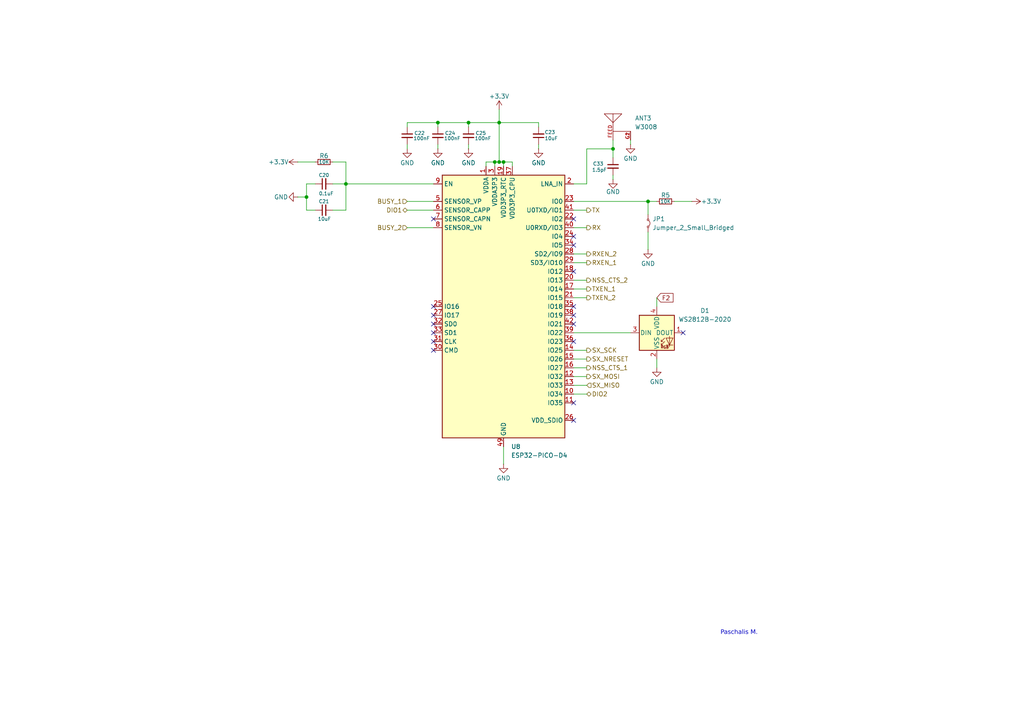
<source format=kicad_sch>
(kicad_sch (version 20250114) (generator "eeschema") (generator_version "9.0")
  (paper "A4")
  (title_block (title "ESP32-PICO-D4") (date "2025-02-23") (rev "1.0") (company "https://github.com/Paschalis"))
  (lib_symbols
    (symbol "Device:C_Small" (pin_numbers (hide yes)) (pin_names (offset 0.254) (hide yes))
      (property "Reference" "C" (at 0.254 1.778 0))
      (property "Value" "C_Small" (at 0.254 -2.032 0))
      (symbol "C_Small_0_1"
        (polyline (pts (xy -1.524 0.508) (xy 1.524 0.508)) (stroke (width 0.3048)))
        (polyline (pts (xy -1.524 -0.508) (xy 1.524 -0.508)) (stroke (width 0.3302)))
      )
      (symbol "C_Small_1_1"
        (pin passive line (at 0 2.54 270) (length 2.032) (name "~") (number "1"))
        (pin passive line (at 0 -2.54 90) (length 2.032) (name "~") (number "2"))
      )
    )
    (symbol "Device:R_Small" (pin_numbers (hide yes)) (pin_names (offset 0.254) (hide yes))
      (property "Reference" "R" (at 0.762 0.508 0))
      (property "Value" "R_Small" (at 0.762 -1.016 0))
      (symbol "R_Small_0_1"
        (rectangle (start -0.762 1.778) (end 0.762 -1.778) (stroke (width 0.2032)))
      )
      (symbol "R_Small_1_1"
        (pin passive line (at 0 2.54 270) (length 0.762) (name "~") (number "1"))
        (pin passive line (at 0 -2.54 90) (length 0.762) (name "~") (number "2"))
      )
    )
    (symbol "Jumper:Jumper_2_Small_Bridged" (pin_numbers (hide yes)) (pin_names (offset 0) (hide yes)) (exclude_from_sim yes)
      (property "Reference" "JP" (at 0 2.032 0))
      (property "Value" "Jumper_2_Small_Bridged" (at 0 -2.286 0))
      (symbol "Jumper_2_Small_Bridged_0_0"
        (circle (center -1.016 0) (radius 0.254))
        (circle (center 1.016 0) (radius 0.254))
      )
      (symbol "Jumper_2_Small_Bridged_0_1"
        (arc (start -0.762 0.254) (mid 0 0.5696) (end 0.762 0.254))
      )
      (symbol "Jumper_2_Small_Bridged_1_1"
        (pin passive line (at -2.54 0 0) (length 1.27) (name "A") (number "1"))
        (pin passive line (at 2.54 0 180) (length 1.27) (name "B") (number "2"))
      )
    )
    (symbol "LED:WS2812B-2020" (pin_names (offset 0.254))
      (property "Reference" "D" (at 5.08 5.715 0))
      (property "Value" "WS2812B-2020" (at 1.27 -5.715 0))
      (symbol "WS2812B-2020_0_0"
        (text "RGB" (at 2.286 -4.191 0) (effects (font (size 0.762 0.762))))
      )
      (symbol "WS2812B-2020_0_1"
        (polyline (pts (xy 1.27 -2.54) (xy 1.778 -2.54)))
        (polyline (pts (xy 1.27 -3.556) (xy 1.778 -3.556)))
        (polyline (pts (xy 2.286 -1.524) (xy 1.27 -2.54) (xy 1.27 -2.032)))
        (polyline (pts (xy 2.286 -2.54) (xy 1.27 -3.556) (xy 1.27 -3.048)))
        (polyline (pts (xy 3.683 -1.016) (xy 3.683 -3.556) (xy 3.683 -4.064)))
        (polyline (pts (xy 4.699 -1.524) (xy 2.667 -1.524) (xy 3.683 -3.556) (xy 4.699 -1.524)))
        (polyline (pts (xy 4.699 -3.556) (xy 2.667 -3.556)))
        (rectangle (start 5.08 5.08) (end -5.08 -5.08) (stroke (width 0.254)) (fill (type background)))
      )
      (symbol "WS2812B-2020_1_1"
        (pin input line (at -7.62 0 0) (length 2.54) (name "DIN") (number "3"))
        (pin power_in line (at 0 7.62 270) (length 2.54) (name "VDD") (number "4"))
        (pin power_in line (at 0 -7.62 90) (length 2.54) (name "VSS") (number "2"))
        (pin output line (at 7.62 0 180) (length 2.54) (name "DOUT") (number "1"))
      )
    )
    (symbol "MCU_Espressif:ESP32-PICO-D4"
      (property "Reference" "U" (at -17.78 39.37 0))
      (property "Value" "ESP32-PICO-D4" (at 3.81 39.37 0))
      (symbol "ESP32-PICO-D4_0_0"
        (pin input line (at -20.32 35.56 0) (length 2.54) (name "EN") (number "9"))
        (pin input line (at -20.32 30.48 0) (length 2.54) (name "SENSOR_VP") (number "5"))
        (pin input line (at -20.32 27.94 0) (length 2.54) (name "SENSOR_CAPP") (number "6"))
        (pin input line (at -20.32 25.4 0) (length 2.54) (name "SENSOR_CAPN") (number "7"))
        (pin input line (at -20.32 22.86 0) (length 2.54) (name "SENSOR_VN") (number "8"))
        (pin bidirectional line (at -20.32 0 0) (length 2.54) (name "IO16") (number "25"))
        (pin bidirectional line (at -20.32 -2.54 0) (length 2.54) (name "IO17") (number "27"))
        (pin bidirectional line (at -20.32 -5.08 0) (length 2.54) (name "SD0") (number "32"))
        (pin bidirectional line (at -20.32 -7.62 0) (length 2.54) (name "SD1") (number "33"))
        (pin bidirectional line (at -20.32 -10.16 0) (length 2.54) (name "CLK") (number "31"))
        (pin bidirectional line (at -20.32 -12.7 0) (length 2.54) (name "CMD") (number "30"))
        (pin no_connect line (at -17.78 -25.4 0) (length 2.54) (hide yes) (name "XTAL_N_NC") (number "44"))
        (pin no_connect line (at -17.78 -27.94 0) (length 2.54) (hide yes) (name "XTAL_P_NC") (number "45"))
        (pin no_connect line (at -17.78 -30.48 0) (length 2.54) (hide yes) (name "CAP2_NC") (number "47"))
        (pin no_connect line (at -17.78 -33.02 0) (length 2.54) (hide yes) (name "CAP1_NC") (number "48"))
        (pin power_in line (at -5.08 40.64 270) (length 2.54) (name "VDDA") (number "1"))
        (pin passive line (at -5.08 40.64 270) (length 2.54) (hide yes) (name "VDDA") (number "43"))
        (pin passive line (at -5.08 40.64 270) (length 2.54) (hide yes) (name "VDDA") (number "46"))
        (pin power_in line (at -2.54 40.64 270) (length 2.54) (name "VDDA3P3") (number "3"))
        (pin passive line (at -2.54 40.64 270) (length 2.54) (hide yes) (name "VDDA3P3") (number "4"))
        (pin power_in line (at 0 40.64 270) (length 2.54) (name "VDD3P3_RTC") (number "19"))
        (pin power_in line (at 0 -40.64 90) (length 2.54) (name "GND") (number "49"))
        (pin power_in line (at 2.54 40.64 270) (length 2.54) (name "VDD3P3_CPU") (number "37"))
        (pin bidirectional line (at 20.32 35.56 180) (length 2.54) (name "LNA_IN") (number "2"))
        (pin bidirectional line (at 20.32 30.48 180) (length 2.54) (name "IO0") (number "23"))
        (pin bidirectional line (at 20.32 27.94 180) (length 2.54) (name "U0TXD/IO1") (number "41"))
        (pin bidirectional line (at 20.32 25.4 180) (length 2.54) (name "IO2") (number "22"))
        (pin bidirectional line (at 20.32 22.86 180) (length 2.54) (name "U0RXD/IO3") (number "40"))
        (pin bidirectional line (at 20.32 20.32 180) (length 2.54) (name "IO4") (number "24"))
        (pin bidirectional line (at 20.32 17.78 180) (length 2.54) (name "IO5") (number "34"))
        (pin bidirectional line (at 20.32 15.24 180) (length 2.54) (name "SD2/IO9") (number "28"))
        (pin bidirectional line (at 20.32 12.7 180) (length 2.54) (name "SD3/IO10") (number "29"))
        (pin bidirectional line (at 20.32 10.16 180) (length 2.54) (name "IO12") (number "18"))
        (pin bidirectional line (at 20.32 7.62 180) (length 2.54) (name "IO13") (number "20"))
        (pin bidirectional line (at 20.32 5.08 180) (length 2.54) (name "IO14") (number "17"))
        (pin bidirectional line (at 20.32 2.54 180) (length 2.54) (name "IO15") (number "21"))
        (pin bidirectional line (at 20.32 0 180) (length 2.54) (name "IO18") (number "35"))
        (pin bidirectional line (at 20.32 -2.54 180) (length 2.54) (name "IO19") (number "38"))
        (pin bidirectional line (at 20.32 -5.08 180) (length 2.54) (name "IO21") (number "42"))
        (pin bidirectional line (at 20.32 -7.62 180) (length 2.54) (name "IO22") (number "39"))
        (pin bidirectional line (at 20.32 -10.16 180) (length 2.54) (name "IO23") (number "36"))
        (pin bidirectional line (at 20.32 -12.7 180) (length 2.54) (name "IO25") (number "14"))
        (pin bidirectional line (at 20.32 -15.24 180) (length 2.54) (name "IO26") (number "15"))
        (pin bidirectional line (at 20.32 -17.78 180) (length 2.54) (name "IO27") (number "16"))
        (pin bidirectional line (at 20.32 -20.32 180) (length 2.54) (name "IO32") (number "12"))
        (pin bidirectional line (at 20.32 -22.86 180) (length 2.54) (name "IO33") (number "13"))
        (pin input line (at 20.32 -25.4 180) (length 2.54) (name "IO34") (number "10"))
        (pin input line (at 20.32 -27.94 180) (length 2.54) (name "IO35") (number "11"))
        (pin power_out line (at 20.32 -33.02 180) (length 2.54) (name "VDD_SDIO") (number "26"))
      )
      (symbol "ESP32-PICO-D4_0_1"
        (rectangle (start -17.78 38.1) (end 17.78 -38.1) (stroke (width 0.254)) (fill (type background)))
      )
    )
    (symbol "W3008:W3008" (pin_names (offset 1.016))
      (property "Reference" "ANT" (at -2.5422 5.7198 0))
      (property "Value" "W3008" (at -2.5445 -8.9059 0))
      (symbol "W3008_0_0"
        (polyline (pts (xy -2.54 5.08) (xy 0 5.08)) (stroke (width 0.1524)))
        (polyline (pts (xy -2.54 5.08) (xy 0 2.54)) (stroke (width 0.1524)))
        (polyline (pts (xy 0 5.08) (xy 0 2.54)) (stroke (width 0.1524)))
        (polyline (pts (xy 0 5.08) (xy 2.54 5.08)) (stroke (width 0.1524)))
        (polyline (pts (xy 0 2.54) (xy 2.54 5.08)) (stroke (width 0.1524)))
        (polyline (pts (xy 0 0) (xy 5.08 0)) (stroke (width 0.1524)))
        (pin passive line (at 0 -2.54 90) (length 5.08) (name "~") (number "FEED"))
        (pin passive line (at 5.08 -2.54 90) (length 2.54) (name "~") (number "G1"))
        (pin passive line (at 5.08 -2.54 90) (length 2.54) (name "~") (number "G2"))
      )
    )
    (symbol "power:+3.3V" (power) (pin_numbers (hide yes)) (pin_names (offset 0) (hide yes))
      (property "Value" "+3.3V" (at 0 3.556 0))
      (symbol "+3.3V_0_1"
        (polyline (pts (xy -0.762 1.27) (xy 0 2.54)))
        (polyline (pts (xy 0 2.54) (xy 0.762 1.27)))
        (polyline (pts (xy 0 0) (xy 0 2.54)))
      )
      (symbol "+3.3V_1_1"
        (pin power_in line (at 0 0 90) (length 0) (name "~") (number "1"))
      )
    )
    (symbol "power:GND" (power) (pin_numbers (hide yes)) (pin_names (offset 0) (hide yes))
      (property "Value" "GND" (at 0 -3.81 0))
      (symbol "GND_0_1"
        (polyline (pts (xy 0 0) (xy 0 -1.27) (xy 1.27 -1.27) (xy 0 -2.54) (xy -1.27 -1.27) (xy 0 -1.27)))
      )
      (symbol "GND_1_1"
        (pin power_in line (at 0 0 270) (length 0) (name "~") (number "1"))
      )
    )
  )
  (text "Paschalis M." (at 214.376 183.896 0) (effects (font (size 1.27 1.27))))
  (junction (at 144.78 46.99))
  (junction (at 100.33 53.34))
  (junction (at 143.51 46.99))
  (junction (at 127 35.56))
  (junction (at 88.9 57.15))
  (junction (at 144.78 35.56))
  (junction (at 187.96 58.42))
  (junction (at 135.89 35.56))
  (junction (at 177.8 43.18))
  (junction (at 146.05 46.99))
  (no_connect (at 125.73 96.52))
  (no_connect (at 166.37 68.58))
  (no_connect (at 125.73 91.44))
  (no_connect (at 166.37 116.84))
  (no_connect (at 166.37 93.98))
  (no_connect (at 166.37 88.9))
  (no_connect (at 166.37 99.06))
  (no_connect (at 166.37 91.44))
  (no_connect (at 166.37 63.5))
  (no_connect (at 125.73 101.6))
  (no_connect (at 166.37 121.92))
  (no_connect (at 125.73 63.5))
  (no_connect (at 125.73 93.98))
  (no_connect (at 125.73 99.06))
  (no_connect (at 166.37 71.12))
  (no_connect (at 125.73 88.9))
  (no_connect (at 166.37 78.74))
  (no_connect (at 198.12 96.52))
  (wire (pts (xy 200.66 58.42) (xy 195.58 58.42)))
  (wire (pts (xy 148.59 46.99) (xy 148.59 48.26)))
  (wire (pts (xy 143.51 46.99) (xy 143.51 48.26)))
  (wire (pts (xy 127 35.56) (xy 135.89 35.56)))
  (wire (pts (xy 166.37 96.52) (xy 182.88 96.52)))
  (wire (pts (xy 166.37 60.96) (xy 170.18 60.96)))
  (wire (pts (xy 88.9 60.96) (xy 88.9 57.15)))
  (wire (pts (xy 140.97 48.26) (xy 140.97 46.99)))
  (wire (pts (xy 187.96 58.42) (xy 187.96 62.23)))
  (wire (pts (xy 118.11 58.42) (xy 125.73 58.42)))
  (wire (pts (xy 166.37 73.66) (xy 170.18 73.66)))
  (wire (pts (xy 166.37 76.2) (xy 170.18 76.2)))
  (wire (pts (xy 118.11 66.04) (xy 125.73 66.04)))
  (wire (pts (xy 96.52 60.96) (xy 100.33 60.96)))
  (wire (pts (xy 166.37 106.68) (xy 170.18 106.68)))
  (wire (pts (xy 91.44 53.34) (xy 88.9 53.34)))
  (wire (pts (xy 88.9 53.34) (xy 88.9 57.15)))
  (wire (pts (xy 170.18 43.18) (xy 177.8 43.18)))
  (wire (pts (xy 91.44 60.96) (xy 88.9 60.96)))
  (wire (pts (xy 100.33 53.34) (xy 100.33 60.96)))
  (wire (pts (xy 96.52 46.99) (xy 100.33 46.99)))
  (wire (pts (xy 146.05 46.99) (xy 148.59 46.99)))
  (wire (pts (xy 144.78 31.75) (xy 144.78 35.56)))
  (wire (pts (xy 170.18 53.34) (xy 170.18 43.18)))
  (wire (pts (xy 135.89 35.56) (xy 135.89 36.83)))
  (wire (pts (xy 156.21 36.83) (xy 156.21 35.56)))
  (wire (pts (xy 187.96 67.31) (xy 187.96 72.39)))
  (wire (pts (xy 100.33 53.34) (xy 96.52 53.34)))
  (wire (pts (xy 166.37 53.34) (xy 170.18 53.34)))
  (wire (pts (xy 144.78 35.56) (xy 144.78 46.99)))
  (wire (pts (xy 88.9 57.15) (xy 86.36 57.15)))
  (wire (pts (xy 166.37 83.82) (xy 170.18 83.82)))
  (wire (pts (xy 127 41.91) (xy 127 43.18)))
  (wire (pts (xy 100.33 53.34) (xy 125.73 53.34)))
  (wire (pts (xy 143.51 46.99) (xy 144.78 46.99)))
  (wire (pts (xy 166.37 111.76) (xy 170.18 111.76)))
  (wire (pts (xy 118.11 41.91) (xy 118.11 43.18)))
  (wire (pts (xy 100.33 46.99) (xy 100.33 53.34)))
  (wire (pts (xy 146.05 46.99) (xy 146.05 48.26)))
  (wire (pts (xy 187.96 58.42) (xy 190.5 58.42)))
  (wire (pts (xy 177.8 50.8) (xy 177.8 52.07)))
  (wire (pts (xy 190.5 104.14) (xy 190.5 106.68)))
  (wire (pts (xy 144.78 35.56) (xy 156.21 35.56)))
  (wire (pts (xy 86.36 46.99) (xy 91.44 46.99)))
  (wire (pts (xy 118.11 35.56) (xy 127 35.56)))
  (wire (pts (xy 156.21 41.91) (xy 156.21 43.18)))
  (wire (pts (xy 166.37 58.42) (xy 187.96 58.42)))
  (wire (pts (xy 118.11 60.96) (xy 125.73 60.96)))
  (wire (pts (xy 135.89 41.91) (xy 135.89 43.18)))
  (wire (pts (xy 166.37 66.04) (xy 170.18 66.04)))
  (wire (pts (xy 177.8 43.18) (xy 177.8 40.64)))
  (wire (pts (xy 118.11 36.83) (xy 118.11 35.56)))
  (wire (pts (xy 166.37 86.36) (xy 170.18 86.36)))
  (wire (pts (xy 166.37 101.6) (xy 170.18 101.6)))
  (wire (pts (xy 140.97 46.99) (xy 143.51 46.99)))
  (wire (pts (xy 166.37 104.14) (xy 170.18 104.14)))
  (wire (pts (xy 135.89 35.56) (xy 144.78 35.56)))
  (wire (pts (xy 166.37 114.3) (xy 170.18 114.3)))
  (wire (pts (xy 182.88 40.64) (xy 182.88 41.91)))
  (wire (pts (xy 146.05 129.54) (xy 146.05 134.62)))
  (wire (pts (xy 166.37 109.22) (xy 170.18 109.22)))
  (wire (pts (xy 190.5 86.36) (xy 190.5 88.9)))
  (wire (pts (xy 144.78 46.99) (xy 146.05 46.99)))
  (wire (pts (xy 166.37 81.28) (xy 170.18 81.28)))
  (wire (pts (xy 177.8 43.18) (xy 177.8 45.72)))
  (wire (pts (xy 127 35.56) (xy 127 36.83)))
  (global_label "F2" (shape input) (at 190.5 86.36 0) (property "Intersheetrefs" "${INTERSHEET_REFS}" (effects (hide yes))))
  (hierarchical_label "TXEN_1" (shape output) (at 170.18 83.82 0))
  (hierarchical_label "DIO1" (shape bidirectional) (at 118.11 60.96 180))
  (hierarchical_label "TXEN_2" (shape output) (at 170.18 86.36 0))
  (hierarchical_label "TX" (shape output) (at 170.18 60.96 0))
  (hierarchical_label "SX_SCK" (shape output) (at 170.18 101.6 0))
  (hierarchical_label "NSS_CTS_2" (shape output) (at 170.18 81.28 0))
  (hierarchical_label "NSS_CTS_1" (shape output) (at 170.18 106.68 0))
  (hierarchical_label "RXEN_1" (shape output) (at 170.18 76.2 0))
  (hierarchical_label "SX_NRESET" (shape output) (at 170.18 104.14 0))
  (hierarchical_label "DIO2" (shape bidirectional) (at 170.18 114.3 0))
  (hierarchical_label "RXEN_2" (shape output) (at 170.18 73.66 0))
  (hierarchical_label "RX" (shape output) (at 170.18 66.04 0))
  (hierarchical_label "SX_MISO" (shape input) (at 170.18 111.76 0))
  (hierarchical_label "BUSY_1" (shape input) (at 118.11 58.42 180))
  (hierarchical_label "BUSY_2" (shape input) (at 118.11 66.04 180))
  (hierarchical_label "SX_MOSI" (shape output) (at 170.18 109.22 0))
  (symbol (lib_id "Device:C_Small") (at 118.11 39.37 0) (unit 1)
    (property "Reference" "C22" (at 120.142 38.608 0) (effects (font (size 1 1)) (justify left)))
    (property "Value" "100nF" (at 119.888 40.132 0) (effects (font (size 1 1)) (justify left)))
    (property "Footprint" "Capacitor_SMD:C_0603_1608Metric_Pad1.08x0.95mm_HandSolder" (effects (hide yes)))
    (property "Description" "Unpolarized capacitor, small symbol" (effects (hide yes)))
  )
  (symbol (lib_id "power:+3.3V") (at 144.78 31.75 0) (mirror y) (unit 1)
    (property "Reference" "#PWR74" (effects (hide yes)))
    (property "Value" "+3.3V" (at 144.78 27.94 0))
    (property "Description" "Power symbol creates a global label with name \"+3.3V\"" (effects (hide yes)))
  )
  (symbol (lib_id "power:GND") (at 190.5 106.68 0) (unit 1)
    (property "Reference" "#PWR67" (effects (hide yes)))
    (property "Value" "GND" (at 190.5 110.744 0))
    (property "Description" "Power symbol creates a global label with name \"GND\" , ground" (effects (hide yes)))
  )
  (symbol (lib_id "MCU_Espressif:ESP32-PICO-D4") (at 146.05 88.9 0) (unit 1)
    (property "Reference" "U8" (at 148.2441 129.54 0) (effects (justify left)))
    (property "Value" "ESP32-PICO-D4" (at 148.2441 132.08 0) (effects (justify left)))
    (property "Footprint" "Package_DFN_QFN:QFN-48-1EP_7x7mm_P0.5mm_EP5.1x5.1mm_ThermalVias" (effects (hide yes)))
    (property "Datasheet" "https://www.espressif.com/sites/default/files/documentation/esp32-pico-d4_datasheet_en.pdf" (effects (hide yes)))
    (property "Description" "RF Module, ESP32 SoC, Wi-Fi 802.11b/g/n, Bluetooth, BLE, 32-bit, 2.7-3.6V, external antenna, QFN-48" (effects (hide yes)))
  )
  (symbol (lib_id "power:GND") (at 156.21 43.18 0) (unit 1)
    (property "Reference" "#PWR76" (effects (hide yes)))
    (property "Value" "GND" (at 156.21 47.244 0))
    (property "Description" "Power symbol creates a global label with name \"GND\" , ground" (effects (hide yes)))
  )
  (symbol (lib_id "Device:C_Small") (at 177.8 48.26 0) (unit 1)
    (property "Reference" "C33" (at 171.958 47.498 0) (effects (font (size 1 1)) (justify left)))
    (property "Value" "1.5pF" (at 171.704 49.276 0) (effects (font (size 1 1)) (justify left)))
    (property "Footprint" "Capacitor_SMD:C_01005_0402Metric_Pad0.57x0.30mm_HandSolder" (effects (hide yes)))
    (property "Description" "Unpolarized capacitor, small symbol" (effects (hide yes)))
  )
  (symbol (lib_id "power:GND") (at 177.8 52.07 0) (unit 1)
    (property "Reference" "#PWR015" (effects (hide yes)))
    (property "Value" "GND" (at 177.8 55.626 0))
    (property "Description" "Power symbol creates a global label with name \"GND\" , ground" (effects (hide yes)))
  )
  (symbol (lib_id "power:GND") (at 127 43.18 0) (unit 1)
    (property "Reference" "#PWR012" (effects (hide yes)))
    (property "Value" "GND" (at 127 47.244 0))
    (property "Description" "Power symbol creates a global label with name \"GND\" , ground" (effects (hide yes)))
  )
  (symbol (lib_id "power:GND") (at 187.96 72.39 0) (unit 1)
    (property "Reference" "#PWR70" (effects (hide yes)))
    (property "Value" "GND" (at 187.96 76.454 0))
    (property "Description" "Power symbol creates a global label with name \"GND\" , ground" (effects (hide yes)))
  )
  (symbol (lib_id "power:+3.3V") (at 200.66 58.42 270) (unit 1)
    (property "Reference" "#PWR69" (effects (hide yes)))
    (property "Value" "+3.3V" (at 206.248 58.42 90))
    (property "Description" "Power symbol creates a global label with name \"+3.3V\"" (effects (hide yes)))
  )
  (symbol (lib_id "W3008:W3008") (at 177.8 38.1 0) (unit 1)
    (property "Reference" "ANT3" (at 184.15 34.2899 0) (effects (justify left)))
    (property "Value" "W3008" (at 184.15 36.8299 0) (effects (justify left)))
    (property "Footprint" "W3008:ANTENNA_W3008" (effects (hide yes)))
    (property "MF" "PulseLarsen Antennas" (effects (hide yes)))
    (property "Description_1" "2.4GHz Bluetooth, WLAN, Zigbee™ Chip RF Antenna 2.4GHz ~ 2.483GHz 2.2dBi Solder Surface Mount" (effects (hide yes)))
    (property "Package" "None" (effects (hide yes)))
    (property "Price" "None" (effects (hide yes)))
    (property "Check_prices" "https://www.snapeda.com/parts/W3008/PulseLarsen+Antennas/view-part/?ref=eda" (effects (hide yes)))
    (property "STANDARD" "Manufacturer recommendations" (effects (hide yes)))
    (property "SnapEDA_Link" "https://www.snapeda.com/parts/W3008/PulseLarsen+Antennas/view-part/?ref=snap" (effects (hide yes)))
    (property "MP" "W3008" (effects (hide yes)))
    (property "Availability" "Not in stock" (effects (hide yes)))
    (property "MANUFACTURER" "PulseLarsen Antennas" (effects (hide yes)))
  )
  (symbol (lib_id "power:GND") (at 182.88 41.91 0) (unit 1)
    (property "Reference" "#PWR068" (effects (hide yes)))
    (property "Value" "GND" (at 182.88 45.974 0))
    (property "Description" "Power symbol creates a global label with name \"GND\" , ground" (effects (hide yes)))
  )
  (symbol (lib_id "Device:C_Small") (at 156.21 39.37 180) (unit 1)
    (property "Reference" "C23" (at 161.036 38.354 0) (effects (font (size 1 1)) (justify left)))
    (property "Value" "10uF" (at 161.798 40.132 0) (effects (font (size 1 1)) (justify left)))
    (property "Footprint" "ECASD40J106M055K00:ECASD40J106M055K00" (effects (hide yes)))
    (property "Description" "Unpolarized capacitor, small symbol" (effects (hide yes)))
  )
  (symbol (lib_id "LED:WS2812B-2020") (at 190.5 96.52 0) (unit 1)
    (property "Reference" "D1" (at 204.47 90.0998 0))
    (property "Value" "WS2812B-2020" (at 204.47 92.6398 0))
    (property "Footprint" "LED_SMD:LED_WS2812B-2020_PLCC4_2.0x2.0mm" (effects (hide yes)))
    (property "Datasheet" "https://cdn-shop.adafruit.com/product-files/4684/4684_WS2812B-2020_V1.3_EN.pdf" (effects (hide yes)))
    (property "Description" "RGB LED with integrated controller, 2.0 x 2.0 mm, 12 mA" (effects (hide yes)))
  )
  (symbol (lib_id "Device:C_Small") (at 93.98 53.34 90) (unit 1)
    (property "Reference" "C20" (at 95.504 50.8 90) (effects (font (size 1 1)) (justify left)))
    (property "Value" "0.1uF" (at 96.774 56.134 90) (effects (font (size 1 1)) (justify left)))
    (property "Footprint" "Capacitor_SMD:C_0603_1608Metric_Pad1.08x0.95mm_HandSolder" (effects (hide yes)))
    (property "Description" "Unpolarized capacitor, small symbol" (effects (hide yes)))
  )
  (symbol (lib_id "Device:C_Small") (at 93.98 60.96 90) (unit 1) (on_board no)
    (property "Reference" "C21" (at 95.504 58.42 90) (effects (font (size 1 1)) (justify left)))
    (property "Value" "10uF" (at 96.012 63.5 90) (effects (font (size 1 1)) (justify left)))
    (property "Footprint" "ECASD40J106M055K00:ECASD40J106M055K00" (effects (hide yes)))
    (property "Description" "Unpolarized capacitor, small symbol" (effects (hide yes)))
  )
  (symbol (lib_id "Device:R_Small") (at 193.04 58.42 270) (mirror x) (unit 1)
    (property "Reference" "R5" (at 193.04 56.642 90))
    (property "Value" "10K" (at 193.04 58.42 90) (effects (font (size 1 1))))
    (property "Footprint" "Resistor_SMD:R_0603_1608Metric_Pad0.98x0.95mm_HandSolder" (effects (hide yes)))
    (property "Description" "Resistor, small symbol" (effects (hide yes)))
  )
  (symbol (lib_id "Device:C_Small") (at 127 39.37 0) (unit 1)
    (property "Reference" "C24" (at 129.032 38.608 0) (effects (font (size 1 1)) (justify left)))
    (property "Value" "100nF" (at 128.778 40.132 0) (effects (font (size 1 1)) (justify left)))
    (property "Footprint" "Capacitor_SMD:C_0603_1608Metric_Pad1.08x0.95mm_HandSolder" (effects (hide yes)))
    (property "Description" "Unpolarized capacitor, small symbol" (effects (hide yes)))
  )
  (symbol (lib_id "power:GND") (at 118.11 43.18 0) (unit 1)
    (property "Reference" "#PWR75" (effects (hide yes)))
    (property "Value" "GND" (at 118.11 47.244 0))
    (property "Description" "Power symbol creates a global label with name \"GND\" , ground" (effects (hide yes)))
  )
  (symbol (lib_id "power:GND") (at 86.36 57.15 270) (mirror x) (unit 1)
    (property "Reference" "#PWR73" (effects (hide yes)))
    (property "Value" "GND" (at 83.566 57.15 90) (effects (justify right)))
    (property "Description" "Power symbol creates a global label with name \"GND\" , ground" (effects (hide yes)))
  )
  (symbol (lib_id "Jumper:Jumper_2_Small_Bridged") (at 187.96 64.77 270) (unit 1)
    (property "Reference" "JP1" (at 189.23 63.4999 90) (effects (justify left)))
    (property "Value" "Jumper_2_Small_Bridged" (at 189.23 66.0399 90) (effects (justify left)))
    (property "Footprint" "TestPoint:TestPoint_Bridge_Pitch2.0mm_Drill0.7mm" (effects (hide yes)))
    (property "Description" "Jumper, 2-pole, small symbol, bridged" (effects (hide yes)))
  )
  (symbol (lib_id "power:+3.3V") (at 86.36 46.99 90) (mirror x) (unit 1)
    (property "Reference" "#PWR72" (effects (hide yes)))
    (property "Value" "+3.3V" (at 80.772 46.99 90))
    (property "Description" "Power symbol creates a global label with name \"+3.3V\"" (effects (hide yes)))
  )
  (symbol (lib_id "power:GND") (at 135.89 43.18 0) (unit 1)
    (property "Reference" "#PWR078" (effects (hide yes)))
    (property "Value" "GND" (at 135.89 47.244 0))
    (property "Description" "Power symbol creates a global label with name \"GND\" , ground" (effects (hide yes)))
  )
  (symbol (lib_id "power:GND") (at 146.05 134.62 0) (unit 1)
    (property "Reference" "#PWR71" (effects (hide yes)))
    (property "Value" "GND" (at 146.05 138.684 0))
    (property "Description" "Power symbol creates a global label with name \"GND\" , ground" (effects (hide yes)))
  )
  (symbol (lib_id "Device:C_Small") (at 135.89 39.37 0) (unit 1)
    (property "Reference" "C25" (at 137.922 38.608 0) (effects (font (size 1 1)) (justify left)))
    (property "Value" "100nF" (at 137.668 40.132 0) (effects (font (size 1 1)) (justify left)))
    (property "Footprint" "Capacitor_SMD:C_0603_1608Metric_Pad1.08x0.95mm_HandSolder" (effects (hide yes)))
    (property "Description" "Unpolarized capacitor, small symbol" (effects (hide yes)))
  )
  (symbol (lib_id "Device:R_Small") (at 93.98 46.99 90) (unit 1)
    (property "Reference" "R6" (at 93.98 45.212 90))
    (property "Value" "10K" (at 93.98 46.99 90) (effects (font (size 1 1))))
    (property "Footprint" "Resistor_SMD:R_0603_1608Metric_Pad0.98x0.95mm_HandSolder" (effects (hide yes)))
    (property "Description" "Resistor, small symbol" (effects (hide yes)))
  )
)
</source>
